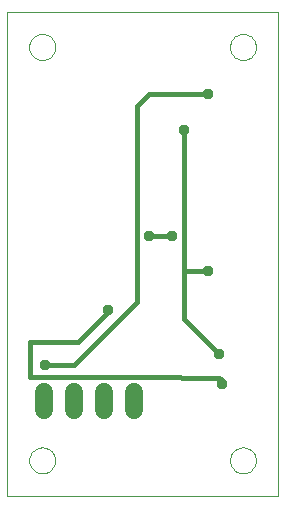
<source format=gbl>
G75*
G70*
%OFA0B0*%
%FSLAX24Y24*%
%IPPOS*%
%LPD*%
%AMOC8*
5,1,8,0,0,1.08239X$1,22.5*
%
%ADD10C,0.0000*%
%ADD11C,0.0600*%
%ADD12C,0.0376*%
%ADD13C,0.0160*%
D10*
X008003Y000108D02*
X008003Y016250D01*
X017058Y016250D01*
X017058Y000108D01*
X008003Y000108D01*
X008751Y001289D02*
X008753Y001330D01*
X008759Y001371D01*
X008769Y001411D01*
X008782Y001450D01*
X008799Y001487D01*
X008820Y001523D01*
X008844Y001557D01*
X008871Y001588D01*
X008900Y001616D01*
X008933Y001642D01*
X008967Y001664D01*
X009004Y001683D01*
X009042Y001698D01*
X009082Y001710D01*
X009122Y001718D01*
X009163Y001722D01*
X009205Y001722D01*
X009246Y001718D01*
X009286Y001710D01*
X009326Y001698D01*
X009364Y001683D01*
X009400Y001664D01*
X009435Y001642D01*
X009468Y001616D01*
X009497Y001588D01*
X009524Y001557D01*
X009548Y001523D01*
X009569Y001487D01*
X009586Y001450D01*
X009599Y001411D01*
X009609Y001371D01*
X009615Y001330D01*
X009617Y001289D01*
X009615Y001248D01*
X009609Y001207D01*
X009599Y001167D01*
X009586Y001128D01*
X009569Y001091D01*
X009548Y001055D01*
X009524Y001021D01*
X009497Y000990D01*
X009468Y000962D01*
X009435Y000936D01*
X009401Y000914D01*
X009364Y000895D01*
X009326Y000880D01*
X009286Y000868D01*
X009246Y000860D01*
X009205Y000856D01*
X009163Y000856D01*
X009122Y000860D01*
X009082Y000868D01*
X009042Y000880D01*
X009004Y000895D01*
X008968Y000914D01*
X008933Y000936D01*
X008900Y000962D01*
X008871Y000990D01*
X008844Y001021D01*
X008820Y001055D01*
X008799Y001091D01*
X008782Y001128D01*
X008769Y001167D01*
X008759Y001207D01*
X008753Y001248D01*
X008751Y001289D01*
X015444Y001289D02*
X015446Y001330D01*
X015452Y001371D01*
X015462Y001411D01*
X015475Y001450D01*
X015492Y001487D01*
X015513Y001523D01*
X015537Y001557D01*
X015564Y001588D01*
X015593Y001616D01*
X015626Y001642D01*
X015660Y001664D01*
X015697Y001683D01*
X015735Y001698D01*
X015775Y001710D01*
X015815Y001718D01*
X015856Y001722D01*
X015898Y001722D01*
X015939Y001718D01*
X015979Y001710D01*
X016019Y001698D01*
X016057Y001683D01*
X016093Y001664D01*
X016128Y001642D01*
X016161Y001616D01*
X016190Y001588D01*
X016217Y001557D01*
X016241Y001523D01*
X016262Y001487D01*
X016279Y001450D01*
X016292Y001411D01*
X016302Y001371D01*
X016308Y001330D01*
X016310Y001289D01*
X016308Y001248D01*
X016302Y001207D01*
X016292Y001167D01*
X016279Y001128D01*
X016262Y001091D01*
X016241Y001055D01*
X016217Y001021D01*
X016190Y000990D01*
X016161Y000962D01*
X016128Y000936D01*
X016094Y000914D01*
X016057Y000895D01*
X016019Y000880D01*
X015979Y000868D01*
X015939Y000860D01*
X015898Y000856D01*
X015856Y000856D01*
X015815Y000860D01*
X015775Y000868D01*
X015735Y000880D01*
X015697Y000895D01*
X015661Y000914D01*
X015626Y000936D01*
X015593Y000962D01*
X015564Y000990D01*
X015537Y001021D01*
X015513Y001055D01*
X015492Y001091D01*
X015475Y001128D01*
X015462Y001167D01*
X015452Y001207D01*
X015446Y001248D01*
X015444Y001289D01*
X015444Y015069D02*
X015446Y015110D01*
X015452Y015151D01*
X015462Y015191D01*
X015475Y015230D01*
X015492Y015267D01*
X015513Y015303D01*
X015537Y015337D01*
X015564Y015368D01*
X015593Y015396D01*
X015626Y015422D01*
X015660Y015444D01*
X015697Y015463D01*
X015735Y015478D01*
X015775Y015490D01*
X015815Y015498D01*
X015856Y015502D01*
X015898Y015502D01*
X015939Y015498D01*
X015979Y015490D01*
X016019Y015478D01*
X016057Y015463D01*
X016093Y015444D01*
X016128Y015422D01*
X016161Y015396D01*
X016190Y015368D01*
X016217Y015337D01*
X016241Y015303D01*
X016262Y015267D01*
X016279Y015230D01*
X016292Y015191D01*
X016302Y015151D01*
X016308Y015110D01*
X016310Y015069D01*
X016308Y015028D01*
X016302Y014987D01*
X016292Y014947D01*
X016279Y014908D01*
X016262Y014871D01*
X016241Y014835D01*
X016217Y014801D01*
X016190Y014770D01*
X016161Y014742D01*
X016128Y014716D01*
X016094Y014694D01*
X016057Y014675D01*
X016019Y014660D01*
X015979Y014648D01*
X015939Y014640D01*
X015898Y014636D01*
X015856Y014636D01*
X015815Y014640D01*
X015775Y014648D01*
X015735Y014660D01*
X015697Y014675D01*
X015661Y014694D01*
X015626Y014716D01*
X015593Y014742D01*
X015564Y014770D01*
X015537Y014801D01*
X015513Y014835D01*
X015492Y014871D01*
X015475Y014908D01*
X015462Y014947D01*
X015452Y014987D01*
X015446Y015028D01*
X015444Y015069D01*
X008751Y015069D02*
X008753Y015110D01*
X008759Y015151D01*
X008769Y015191D01*
X008782Y015230D01*
X008799Y015267D01*
X008820Y015303D01*
X008844Y015337D01*
X008871Y015368D01*
X008900Y015396D01*
X008933Y015422D01*
X008967Y015444D01*
X009004Y015463D01*
X009042Y015478D01*
X009082Y015490D01*
X009122Y015498D01*
X009163Y015502D01*
X009205Y015502D01*
X009246Y015498D01*
X009286Y015490D01*
X009326Y015478D01*
X009364Y015463D01*
X009400Y015444D01*
X009435Y015422D01*
X009468Y015396D01*
X009497Y015368D01*
X009524Y015337D01*
X009548Y015303D01*
X009569Y015267D01*
X009586Y015230D01*
X009599Y015191D01*
X009609Y015151D01*
X009615Y015110D01*
X009617Y015069D01*
X009615Y015028D01*
X009609Y014987D01*
X009599Y014947D01*
X009586Y014908D01*
X009569Y014871D01*
X009548Y014835D01*
X009524Y014801D01*
X009497Y014770D01*
X009468Y014742D01*
X009435Y014716D01*
X009401Y014694D01*
X009364Y014675D01*
X009326Y014660D01*
X009286Y014648D01*
X009246Y014640D01*
X009205Y014636D01*
X009163Y014636D01*
X009122Y014640D01*
X009082Y014648D01*
X009042Y014660D01*
X009004Y014675D01*
X008968Y014694D01*
X008933Y014716D01*
X008900Y014742D01*
X008871Y014770D01*
X008844Y014801D01*
X008820Y014835D01*
X008799Y014871D01*
X008782Y014908D01*
X008769Y014947D01*
X008759Y014987D01*
X008753Y015028D01*
X008751Y015069D01*
D11*
X009258Y003558D02*
X009258Y002958D01*
X010258Y002958D02*
X010258Y003558D01*
X011258Y003558D02*
X011258Y002958D01*
X012258Y002958D02*
X012258Y003558D01*
D12*
X015089Y004833D03*
X015168Y003849D03*
X011388Y006289D03*
X009262Y004478D03*
X012727Y008770D03*
X013514Y008770D03*
X014695Y007589D03*
X013908Y012313D03*
X014695Y013494D03*
D13*
X012727Y013494D01*
X012333Y013100D01*
X012333Y006565D01*
X010247Y004478D01*
X009262Y004478D01*
X008790Y004085D02*
X013790Y004085D01*
X013829Y004045D01*
X015089Y004045D01*
X015168Y003967D01*
X015168Y003849D01*
X015089Y004833D02*
X013908Y006014D01*
X013908Y007589D01*
X014695Y007589D01*
X013908Y007589D02*
X013908Y012313D01*
X013514Y008770D02*
X012727Y008770D01*
X011388Y006289D02*
X011388Y006250D01*
X010365Y005226D01*
X008790Y005226D01*
X008790Y004085D01*
M02*

</source>
